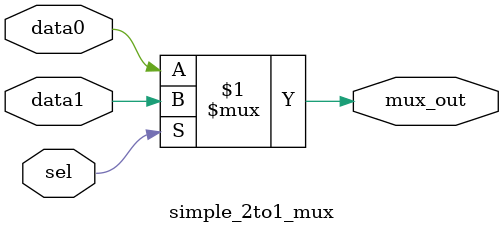
<source format=sv>
module simple_2to1_mux (
    input wire data0, data1,      // Data inputs
    input wire sel,               // Selection signal
    output wire mux_out           // Output data
);
    // Combinational logic using conditional operator
    assign mux_out = sel ? data1 : data0;
endmodule
</source>
